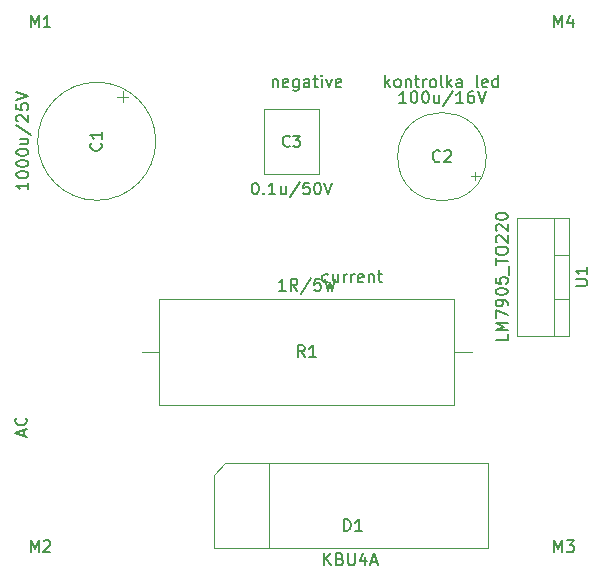
<source format=gbr>
%TF.GenerationSoftware,KiCad,Pcbnew,5.1.5-1.fc31*%
%TF.CreationDate,2020-04-07T08:34:53+02:00*%
%TF.ProjectId,zasilacz,7a617369-6c61-4637-9a2e-6b696361645f,rev?*%
%TF.SameCoordinates,Original*%
%TF.FileFunction,Other,Fab,Top*%
%FSLAX46Y46*%
G04 Gerber Fmt 4.6, Leading zero omitted, Abs format (unit mm)*
G04 Created by KiCad (PCBNEW 5.1.5-1.fc31) date 2020-04-07 08:34:53*
%MOMM*%
%LPD*%
G04 APERTURE LIST*
%ADD10C,0.100000*%
%ADD11C,0.120000*%
%ADD12C,0.150000*%
%ADD13C,0.138000*%
G04 APERTURE END LIST*
D10*
%TO.C,U1*%
X155550000Y-82630000D02*
X151150000Y-82630000D01*
X151150000Y-82630000D02*
X151150000Y-92630000D01*
X151150000Y-92630000D02*
X155550000Y-92630000D01*
X155550000Y-92630000D02*
X155550000Y-82630000D01*
X154280000Y-82630000D02*
X154280000Y-92630000D01*
X155550000Y-85780000D02*
X154280000Y-85780000D01*
X155550000Y-89480000D02*
X154280000Y-89480000D01*
%TO.C,C1*%
X120570000Y-76160000D02*
G75*
G03X120570000Y-76160000I-5000000J0D01*
G01*
X117757500Y-71871139D02*
X117757500Y-72871139D01*
X118257500Y-72371139D02*
X117257500Y-72371139D01*
%TO.C,C2*%
X148550000Y-77470000D02*
G75*
G03X148550000Y-77470000I-3750000J0D01*
G01*
X148011233Y-79107500D02*
X147261233Y-79107500D01*
X147636233Y-79482500D02*
X147636233Y-78732500D01*
%TO.C,C3*%
X129760000Y-73450000D02*
X129760000Y-78950000D01*
X129760000Y-78950000D02*
X134360000Y-78950000D01*
X134360000Y-78950000D02*
X134360000Y-73450000D01*
X134360000Y-73450000D02*
X129760000Y-73450000D01*
D11*
%TO.C,D1*%
X130140000Y-103410000D02*
X130140000Y-110610000D01*
D10*
X125540000Y-104410000D02*
X125540000Y-110610000D01*
X126440000Y-103410000D02*
X125540000Y-104410000D01*
X148740000Y-103410000D02*
X126440000Y-103410000D01*
D11*
X148740000Y-110610000D02*
X148740000Y-103410000D01*
D10*
X125540000Y-110610000D02*
X148740000Y-110610000D01*
%TO.C,R1*%
X145850000Y-98480000D02*
X145850000Y-89480000D01*
X145850000Y-89480000D02*
X120850000Y-89480000D01*
X120850000Y-89480000D02*
X120850000Y-98480000D01*
X120850000Y-98480000D02*
X145850000Y-98480000D01*
X147320000Y-93980000D02*
X145850000Y-93980000D01*
X119380000Y-93980000D02*
X120850000Y-93980000D01*
%TD*%
%TO.C,U1*%
D12*
X150352380Y-92510952D02*
X150352380Y-92987142D01*
X149352380Y-92987142D01*
X150352380Y-92177619D02*
X149352380Y-92177619D01*
X150066666Y-91844285D01*
X149352380Y-91510952D01*
X150352380Y-91510952D01*
X149352380Y-91130000D02*
X149352380Y-90463333D01*
X150352380Y-90891904D01*
X150352380Y-90034761D02*
X150352380Y-89844285D01*
X150304761Y-89749047D01*
X150257142Y-89701428D01*
X150114285Y-89606190D01*
X149923809Y-89558571D01*
X149542857Y-89558571D01*
X149447619Y-89606190D01*
X149400000Y-89653809D01*
X149352380Y-89749047D01*
X149352380Y-89939523D01*
X149400000Y-90034761D01*
X149447619Y-90082380D01*
X149542857Y-90130000D01*
X149780952Y-90130000D01*
X149876190Y-90082380D01*
X149923809Y-90034761D01*
X149971428Y-89939523D01*
X149971428Y-89749047D01*
X149923809Y-89653809D01*
X149876190Y-89606190D01*
X149780952Y-89558571D01*
X149352380Y-88939523D02*
X149352380Y-88844285D01*
X149400000Y-88749047D01*
X149447619Y-88701428D01*
X149542857Y-88653809D01*
X149733333Y-88606190D01*
X149971428Y-88606190D01*
X150161904Y-88653809D01*
X150257142Y-88701428D01*
X150304761Y-88749047D01*
X150352380Y-88844285D01*
X150352380Y-88939523D01*
X150304761Y-89034761D01*
X150257142Y-89082380D01*
X150161904Y-89130000D01*
X149971428Y-89177619D01*
X149733333Y-89177619D01*
X149542857Y-89130000D01*
X149447619Y-89082380D01*
X149400000Y-89034761D01*
X149352380Y-88939523D01*
X149352380Y-87701428D02*
X149352380Y-88177619D01*
X149828571Y-88225238D01*
X149780952Y-88177619D01*
X149733333Y-88082380D01*
X149733333Y-87844285D01*
X149780952Y-87749047D01*
X149828571Y-87701428D01*
X149923809Y-87653809D01*
X150161904Y-87653809D01*
X150257142Y-87701428D01*
X150304761Y-87749047D01*
X150352380Y-87844285D01*
X150352380Y-88082380D01*
X150304761Y-88177619D01*
X150257142Y-88225238D01*
X150447619Y-87463333D02*
X150447619Y-86701428D01*
X149352380Y-86606190D02*
X149352380Y-86034761D01*
X150352380Y-86320476D02*
X149352380Y-86320476D01*
X149352380Y-85510952D02*
X149352380Y-85320476D01*
X149400000Y-85225238D01*
X149495238Y-85130000D01*
X149685714Y-85082380D01*
X150019047Y-85082380D01*
X150209523Y-85130000D01*
X150304761Y-85225238D01*
X150352380Y-85320476D01*
X150352380Y-85510952D01*
X150304761Y-85606190D01*
X150209523Y-85701428D01*
X150019047Y-85749047D01*
X149685714Y-85749047D01*
X149495238Y-85701428D01*
X149400000Y-85606190D01*
X149352380Y-85510952D01*
X149447619Y-84701428D02*
X149400000Y-84653809D01*
X149352380Y-84558571D01*
X149352380Y-84320476D01*
X149400000Y-84225238D01*
X149447619Y-84177619D01*
X149542857Y-84130000D01*
X149638095Y-84130000D01*
X149780952Y-84177619D01*
X150352380Y-84749047D01*
X150352380Y-84130000D01*
X149447619Y-83749047D02*
X149400000Y-83701428D01*
X149352380Y-83606190D01*
X149352380Y-83368095D01*
X149400000Y-83272857D01*
X149447619Y-83225238D01*
X149542857Y-83177619D01*
X149638095Y-83177619D01*
X149780952Y-83225238D01*
X150352380Y-83796666D01*
X150352380Y-83177619D01*
X149352380Y-82558571D02*
X149352380Y-82463333D01*
X149400000Y-82368095D01*
X149447619Y-82320476D01*
X149542857Y-82272857D01*
X149733333Y-82225238D01*
X149971428Y-82225238D01*
X150161904Y-82272857D01*
X150257142Y-82320476D01*
X150304761Y-82368095D01*
X150352380Y-82463333D01*
X150352380Y-82558571D01*
X150304761Y-82653809D01*
X150257142Y-82701428D01*
X150161904Y-82749047D01*
X149971428Y-82796666D01*
X149733333Y-82796666D01*
X149542857Y-82749047D01*
X149447619Y-82701428D01*
X149400000Y-82653809D01*
X149352380Y-82558571D01*
X156122380Y-88391904D02*
X156931904Y-88391904D01*
X157027142Y-88344285D01*
X157074761Y-88296666D01*
X157122380Y-88201428D01*
X157122380Y-88010952D01*
X157074761Y-87915714D01*
X157027142Y-87868095D01*
X156931904Y-87820476D01*
X156122380Y-87820476D01*
X157122380Y-86820476D02*
X157122380Y-87391904D01*
X157122380Y-87106190D02*
X156122380Y-87106190D01*
X156265238Y-87201428D01*
X156360476Y-87296666D01*
X156408095Y-87391904D01*
%TO.C,M1*%
X109980476Y-66492380D02*
X109980476Y-65492380D01*
X110313809Y-66206666D01*
X110647142Y-65492380D01*
X110647142Y-66492380D01*
X111647142Y-66492380D02*
X111075714Y-66492380D01*
X111361428Y-66492380D02*
X111361428Y-65492380D01*
X111266190Y-65635238D01*
X111170952Y-65730476D01*
X111075714Y-65778095D01*
%TO.C,M4*%
X154303476Y-66492380D02*
X154303476Y-65492380D01*
X154636809Y-66206666D01*
X154970142Y-65492380D01*
X154970142Y-66492380D01*
X155874904Y-65825714D02*
X155874904Y-66492380D01*
X155636809Y-65444761D02*
X155398714Y-66159047D01*
X156017761Y-66159047D01*
%TO.C,M3*%
X154303476Y-110942380D02*
X154303476Y-109942380D01*
X154636809Y-110656666D01*
X154970142Y-109942380D01*
X154970142Y-110942380D01*
X155351095Y-109942380D02*
X155970142Y-109942380D01*
X155636809Y-110323333D01*
X155779666Y-110323333D01*
X155874904Y-110370952D01*
X155922523Y-110418571D01*
X155970142Y-110513809D01*
X155970142Y-110751904D01*
X155922523Y-110847142D01*
X155874904Y-110894761D01*
X155779666Y-110942380D01*
X155493952Y-110942380D01*
X155398714Y-110894761D01*
X155351095Y-110847142D01*
%TO.C,M2*%
X109980476Y-110942380D02*
X109980476Y-109942380D01*
X110313809Y-110656666D01*
X110647142Y-109942380D01*
X110647142Y-110942380D01*
X111075714Y-110037619D02*
X111123333Y-109990000D01*
X111218571Y-109942380D01*
X111456666Y-109942380D01*
X111551904Y-109990000D01*
X111599523Y-110037619D01*
X111647142Y-110132857D01*
X111647142Y-110228095D01*
X111599523Y-110370952D01*
X111028095Y-110942380D01*
X111647142Y-110942380D01*
%TO.C,C1*%
X109772380Y-79660000D02*
X109772380Y-80231428D01*
X109772380Y-79945714D02*
X108772380Y-79945714D01*
X108915238Y-80040952D01*
X109010476Y-80136190D01*
X109058095Y-80231428D01*
X108772380Y-79040952D02*
X108772380Y-78945714D01*
X108820000Y-78850476D01*
X108867619Y-78802857D01*
X108962857Y-78755238D01*
X109153333Y-78707619D01*
X109391428Y-78707619D01*
X109581904Y-78755238D01*
X109677142Y-78802857D01*
X109724761Y-78850476D01*
X109772380Y-78945714D01*
X109772380Y-79040952D01*
X109724761Y-79136190D01*
X109677142Y-79183809D01*
X109581904Y-79231428D01*
X109391428Y-79279047D01*
X109153333Y-79279047D01*
X108962857Y-79231428D01*
X108867619Y-79183809D01*
X108820000Y-79136190D01*
X108772380Y-79040952D01*
X108772380Y-78088571D02*
X108772380Y-77993333D01*
X108820000Y-77898095D01*
X108867619Y-77850476D01*
X108962857Y-77802857D01*
X109153333Y-77755238D01*
X109391428Y-77755238D01*
X109581904Y-77802857D01*
X109677142Y-77850476D01*
X109724761Y-77898095D01*
X109772380Y-77993333D01*
X109772380Y-78088571D01*
X109724761Y-78183809D01*
X109677142Y-78231428D01*
X109581904Y-78279047D01*
X109391428Y-78326666D01*
X109153333Y-78326666D01*
X108962857Y-78279047D01*
X108867619Y-78231428D01*
X108820000Y-78183809D01*
X108772380Y-78088571D01*
X108772380Y-77136190D02*
X108772380Y-77040952D01*
X108820000Y-76945714D01*
X108867619Y-76898095D01*
X108962857Y-76850476D01*
X109153333Y-76802857D01*
X109391428Y-76802857D01*
X109581904Y-76850476D01*
X109677142Y-76898095D01*
X109724761Y-76945714D01*
X109772380Y-77040952D01*
X109772380Y-77136190D01*
X109724761Y-77231428D01*
X109677142Y-77279047D01*
X109581904Y-77326666D01*
X109391428Y-77374285D01*
X109153333Y-77374285D01*
X108962857Y-77326666D01*
X108867619Y-77279047D01*
X108820000Y-77231428D01*
X108772380Y-77136190D01*
X109105714Y-75945714D02*
X109772380Y-75945714D01*
X109105714Y-76374285D02*
X109629523Y-76374285D01*
X109724761Y-76326666D01*
X109772380Y-76231428D01*
X109772380Y-76088571D01*
X109724761Y-75993333D01*
X109677142Y-75945714D01*
X108724761Y-74755238D02*
X110010476Y-75612380D01*
X108867619Y-74469523D02*
X108820000Y-74421904D01*
X108772380Y-74326666D01*
X108772380Y-74088571D01*
X108820000Y-73993333D01*
X108867619Y-73945714D01*
X108962857Y-73898095D01*
X109058095Y-73898095D01*
X109200952Y-73945714D01*
X109772380Y-74517142D01*
X109772380Y-73898095D01*
X108772380Y-72993333D02*
X108772380Y-73469523D01*
X109248571Y-73517142D01*
X109200952Y-73469523D01*
X109153333Y-73374285D01*
X109153333Y-73136190D01*
X109200952Y-73040952D01*
X109248571Y-72993333D01*
X109343809Y-72945714D01*
X109581904Y-72945714D01*
X109677142Y-72993333D01*
X109724761Y-73040952D01*
X109772380Y-73136190D01*
X109772380Y-73374285D01*
X109724761Y-73469523D01*
X109677142Y-73517142D01*
X108772380Y-72660000D02*
X109772380Y-72326666D01*
X108772380Y-71993333D01*
X115927142Y-76326666D02*
X115974761Y-76374285D01*
X116022380Y-76517142D01*
X116022380Y-76612380D01*
X115974761Y-76755238D01*
X115879523Y-76850476D01*
X115784285Y-76898095D01*
X115593809Y-76945714D01*
X115450952Y-76945714D01*
X115260476Y-76898095D01*
X115165238Y-76850476D01*
X115070000Y-76755238D01*
X115022380Y-76612380D01*
X115022380Y-76517142D01*
X115070000Y-76374285D01*
X115117619Y-76326666D01*
X116022380Y-75374285D02*
X116022380Y-75945714D01*
X116022380Y-75660000D02*
X115022380Y-75660000D01*
X115165238Y-75755238D01*
X115260476Y-75850476D01*
X115308095Y-75945714D01*
%TO.C,C2*%
X141776190Y-72922380D02*
X141204761Y-72922380D01*
X141490476Y-72922380D02*
X141490476Y-71922380D01*
X141395238Y-72065238D01*
X141300000Y-72160476D01*
X141204761Y-72208095D01*
X142395238Y-71922380D02*
X142490476Y-71922380D01*
X142585714Y-71970000D01*
X142633333Y-72017619D01*
X142680952Y-72112857D01*
X142728571Y-72303333D01*
X142728571Y-72541428D01*
X142680952Y-72731904D01*
X142633333Y-72827142D01*
X142585714Y-72874761D01*
X142490476Y-72922380D01*
X142395238Y-72922380D01*
X142300000Y-72874761D01*
X142252380Y-72827142D01*
X142204761Y-72731904D01*
X142157142Y-72541428D01*
X142157142Y-72303333D01*
X142204761Y-72112857D01*
X142252380Y-72017619D01*
X142300000Y-71970000D01*
X142395238Y-71922380D01*
X143347619Y-71922380D02*
X143442857Y-71922380D01*
X143538095Y-71970000D01*
X143585714Y-72017619D01*
X143633333Y-72112857D01*
X143680952Y-72303333D01*
X143680952Y-72541428D01*
X143633333Y-72731904D01*
X143585714Y-72827142D01*
X143538095Y-72874761D01*
X143442857Y-72922380D01*
X143347619Y-72922380D01*
X143252380Y-72874761D01*
X143204761Y-72827142D01*
X143157142Y-72731904D01*
X143109523Y-72541428D01*
X143109523Y-72303333D01*
X143157142Y-72112857D01*
X143204761Y-72017619D01*
X143252380Y-71970000D01*
X143347619Y-71922380D01*
X144538095Y-72255714D02*
X144538095Y-72922380D01*
X144109523Y-72255714D02*
X144109523Y-72779523D01*
X144157142Y-72874761D01*
X144252380Y-72922380D01*
X144395238Y-72922380D01*
X144490476Y-72874761D01*
X144538095Y-72827142D01*
X145728571Y-71874761D02*
X144871428Y-73160476D01*
X146585714Y-72922380D02*
X146014285Y-72922380D01*
X146300000Y-72922380D02*
X146300000Y-71922380D01*
X146204761Y-72065238D01*
X146109523Y-72160476D01*
X146014285Y-72208095D01*
X147442857Y-71922380D02*
X147252380Y-71922380D01*
X147157142Y-71970000D01*
X147109523Y-72017619D01*
X147014285Y-72160476D01*
X146966666Y-72350952D01*
X146966666Y-72731904D01*
X147014285Y-72827142D01*
X147061904Y-72874761D01*
X147157142Y-72922380D01*
X147347619Y-72922380D01*
X147442857Y-72874761D01*
X147490476Y-72827142D01*
X147538095Y-72731904D01*
X147538095Y-72493809D01*
X147490476Y-72398571D01*
X147442857Y-72350952D01*
X147347619Y-72303333D01*
X147157142Y-72303333D01*
X147061904Y-72350952D01*
X147014285Y-72398571D01*
X146966666Y-72493809D01*
X147823809Y-71922380D02*
X148157142Y-72922380D01*
X148490476Y-71922380D01*
X144633333Y-77827142D02*
X144585714Y-77874761D01*
X144442857Y-77922380D01*
X144347619Y-77922380D01*
X144204761Y-77874761D01*
X144109523Y-77779523D01*
X144061904Y-77684285D01*
X144014285Y-77493809D01*
X144014285Y-77350952D01*
X144061904Y-77160476D01*
X144109523Y-77065238D01*
X144204761Y-76970000D01*
X144347619Y-76922380D01*
X144442857Y-76922380D01*
X144585714Y-76970000D01*
X144633333Y-77017619D01*
X145014285Y-77017619D02*
X145061904Y-76970000D01*
X145157142Y-76922380D01*
X145395238Y-76922380D01*
X145490476Y-76970000D01*
X145538095Y-77017619D01*
X145585714Y-77112857D01*
X145585714Y-77208095D01*
X145538095Y-77350952D01*
X144966666Y-77922380D01*
X145585714Y-77922380D01*
%TO.C,C3*%
X128940952Y-79652380D02*
X129036190Y-79652380D01*
X129131428Y-79700000D01*
X129179047Y-79747619D01*
X129226666Y-79842857D01*
X129274285Y-80033333D01*
X129274285Y-80271428D01*
X129226666Y-80461904D01*
X129179047Y-80557142D01*
X129131428Y-80604761D01*
X129036190Y-80652380D01*
X128940952Y-80652380D01*
X128845714Y-80604761D01*
X128798095Y-80557142D01*
X128750476Y-80461904D01*
X128702857Y-80271428D01*
X128702857Y-80033333D01*
X128750476Y-79842857D01*
X128798095Y-79747619D01*
X128845714Y-79700000D01*
X128940952Y-79652380D01*
X129702857Y-80557142D02*
X129750476Y-80604761D01*
X129702857Y-80652380D01*
X129655238Y-80604761D01*
X129702857Y-80557142D01*
X129702857Y-80652380D01*
X130702857Y-80652380D02*
X130131428Y-80652380D01*
X130417142Y-80652380D02*
X130417142Y-79652380D01*
X130321904Y-79795238D01*
X130226666Y-79890476D01*
X130131428Y-79938095D01*
X131560000Y-79985714D02*
X131560000Y-80652380D01*
X131131428Y-79985714D02*
X131131428Y-80509523D01*
X131179047Y-80604761D01*
X131274285Y-80652380D01*
X131417142Y-80652380D01*
X131512380Y-80604761D01*
X131560000Y-80557142D01*
X132750476Y-79604761D02*
X131893333Y-80890476D01*
X133560000Y-79652380D02*
X133083809Y-79652380D01*
X133036190Y-80128571D01*
X133083809Y-80080952D01*
X133179047Y-80033333D01*
X133417142Y-80033333D01*
X133512380Y-80080952D01*
X133560000Y-80128571D01*
X133607619Y-80223809D01*
X133607619Y-80461904D01*
X133560000Y-80557142D01*
X133512380Y-80604761D01*
X133417142Y-80652380D01*
X133179047Y-80652380D01*
X133083809Y-80604761D01*
X133036190Y-80557142D01*
X134226666Y-79652380D02*
X134321904Y-79652380D01*
X134417142Y-79700000D01*
X134464761Y-79747619D01*
X134512380Y-79842857D01*
X134560000Y-80033333D01*
X134560000Y-80271428D01*
X134512380Y-80461904D01*
X134464761Y-80557142D01*
X134417142Y-80604761D01*
X134321904Y-80652380D01*
X134226666Y-80652380D01*
X134131428Y-80604761D01*
X134083809Y-80557142D01*
X134036190Y-80461904D01*
X133988571Y-80271428D01*
X133988571Y-80033333D01*
X134036190Y-79842857D01*
X134083809Y-79747619D01*
X134131428Y-79700000D01*
X134226666Y-79652380D01*
X134845714Y-79652380D02*
X135179047Y-80652380D01*
X135512380Y-79652380D01*
D13*
X131906666Y-76528571D02*
X131862857Y-76572380D01*
X131731428Y-76616190D01*
X131643809Y-76616190D01*
X131512380Y-76572380D01*
X131424761Y-76484761D01*
X131380952Y-76397142D01*
X131337142Y-76221904D01*
X131337142Y-76090476D01*
X131380952Y-75915238D01*
X131424761Y-75827619D01*
X131512380Y-75740000D01*
X131643809Y-75696190D01*
X131731428Y-75696190D01*
X131862857Y-75740000D01*
X131906666Y-75783809D01*
X132213333Y-75696190D02*
X132782857Y-75696190D01*
X132476190Y-76046666D01*
X132607619Y-76046666D01*
X132695238Y-76090476D01*
X132739047Y-76134285D01*
X132782857Y-76221904D01*
X132782857Y-76440952D01*
X132739047Y-76528571D01*
X132695238Y-76572380D01*
X132607619Y-76616190D01*
X132344761Y-76616190D01*
X132257142Y-76572380D01*
X132213333Y-76528571D01*
%TO.C,D1*%
D12*
X134849523Y-112062380D02*
X134849523Y-111062380D01*
X135420952Y-112062380D02*
X134992380Y-111490952D01*
X135420952Y-111062380D02*
X134849523Y-111633809D01*
X136182857Y-111538571D02*
X136325714Y-111586190D01*
X136373333Y-111633809D01*
X136420952Y-111729047D01*
X136420952Y-111871904D01*
X136373333Y-111967142D01*
X136325714Y-112014761D01*
X136230476Y-112062380D01*
X135849523Y-112062380D01*
X135849523Y-111062380D01*
X136182857Y-111062380D01*
X136278095Y-111110000D01*
X136325714Y-111157619D01*
X136373333Y-111252857D01*
X136373333Y-111348095D01*
X136325714Y-111443333D01*
X136278095Y-111490952D01*
X136182857Y-111538571D01*
X135849523Y-111538571D01*
X136849523Y-111062380D02*
X136849523Y-111871904D01*
X136897142Y-111967142D01*
X136944761Y-112014761D01*
X137040000Y-112062380D01*
X137230476Y-112062380D01*
X137325714Y-112014761D01*
X137373333Y-111967142D01*
X137420952Y-111871904D01*
X137420952Y-111062380D01*
X138325714Y-111395714D02*
X138325714Y-112062380D01*
X138087619Y-111014761D02*
X137849523Y-111729047D01*
X138468571Y-111729047D01*
X138801904Y-111776666D02*
X139278095Y-111776666D01*
X138706666Y-112062380D02*
X139040000Y-111062380D01*
X139373333Y-112062380D01*
X136501904Y-109162380D02*
X136501904Y-108162380D01*
X136740000Y-108162380D01*
X136882857Y-108210000D01*
X136978095Y-108305238D01*
X137025714Y-108400476D01*
X137073333Y-108590952D01*
X137073333Y-108733809D01*
X137025714Y-108924285D01*
X136978095Y-109019523D01*
X136882857Y-109114761D01*
X136740000Y-109162380D01*
X136501904Y-109162380D01*
X138025714Y-109162380D02*
X137454285Y-109162380D01*
X137740000Y-109162380D02*
X137740000Y-108162380D01*
X137644761Y-108305238D01*
X137549523Y-108400476D01*
X137454285Y-108448095D01*
%TO.C,D2*%
X140018095Y-71572380D02*
X140018095Y-70572380D01*
X140113333Y-71191428D02*
X140399047Y-71572380D01*
X140399047Y-70905714D02*
X140018095Y-71286666D01*
X140970476Y-71572380D02*
X140875238Y-71524761D01*
X140827619Y-71477142D01*
X140780000Y-71381904D01*
X140780000Y-71096190D01*
X140827619Y-71000952D01*
X140875238Y-70953333D01*
X140970476Y-70905714D01*
X141113333Y-70905714D01*
X141208571Y-70953333D01*
X141256190Y-71000952D01*
X141303809Y-71096190D01*
X141303809Y-71381904D01*
X141256190Y-71477142D01*
X141208571Y-71524761D01*
X141113333Y-71572380D01*
X140970476Y-71572380D01*
X141732380Y-70905714D02*
X141732380Y-71572380D01*
X141732380Y-71000952D02*
X141780000Y-70953333D01*
X141875238Y-70905714D01*
X142018095Y-70905714D01*
X142113333Y-70953333D01*
X142160952Y-71048571D01*
X142160952Y-71572380D01*
X142494285Y-70905714D02*
X142875238Y-70905714D01*
X142637142Y-70572380D02*
X142637142Y-71429523D01*
X142684761Y-71524761D01*
X142780000Y-71572380D01*
X142875238Y-71572380D01*
X143208571Y-71572380D02*
X143208571Y-70905714D01*
X143208571Y-71096190D02*
X143256190Y-71000952D01*
X143303809Y-70953333D01*
X143399047Y-70905714D01*
X143494285Y-70905714D01*
X143970476Y-71572380D02*
X143875238Y-71524761D01*
X143827619Y-71477142D01*
X143780000Y-71381904D01*
X143780000Y-71096190D01*
X143827619Y-71000952D01*
X143875238Y-70953333D01*
X143970476Y-70905714D01*
X144113333Y-70905714D01*
X144208571Y-70953333D01*
X144256190Y-71000952D01*
X144303809Y-71096190D01*
X144303809Y-71381904D01*
X144256190Y-71477142D01*
X144208571Y-71524761D01*
X144113333Y-71572380D01*
X143970476Y-71572380D01*
X144875238Y-71572380D02*
X144780000Y-71524761D01*
X144732380Y-71429523D01*
X144732380Y-70572380D01*
X145256190Y-71572380D02*
X145256190Y-70572380D01*
X145351428Y-71191428D02*
X145637142Y-71572380D01*
X145637142Y-70905714D02*
X145256190Y-71286666D01*
X146494285Y-71572380D02*
X146494285Y-71048571D01*
X146446666Y-70953333D01*
X146351428Y-70905714D01*
X146160952Y-70905714D01*
X146065714Y-70953333D01*
X146494285Y-71524761D02*
X146399047Y-71572380D01*
X146160952Y-71572380D01*
X146065714Y-71524761D01*
X146018095Y-71429523D01*
X146018095Y-71334285D01*
X146065714Y-71239047D01*
X146160952Y-71191428D01*
X146399047Y-71191428D01*
X146494285Y-71143809D01*
X147875238Y-71572380D02*
X147780000Y-71524761D01*
X147732380Y-71429523D01*
X147732380Y-70572380D01*
X148637142Y-71524761D02*
X148541904Y-71572380D01*
X148351428Y-71572380D01*
X148256190Y-71524761D01*
X148208571Y-71429523D01*
X148208571Y-71048571D01*
X148256190Y-70953333D01*
X148351428Y-70905714D01*
X148541904Y-70905714D01*
X148637142Y-70953333D01*
X148684761Y-71048571D01*
X148684761Y-71143809D01*
X148208571Y-71239047D01*
X149541904Y-71572380D02*
X149541904Y-70572380D01*
X149541904Y-71524761D02*
X149446666Y-71572380D01*
X149256190Y-71572380D01*
X149160952Y-71524761D01*
X149113333Y-71477142D01*
X149065714Y-71381904D01*
X149065714Y-71096190D01*
X149113333Y-71000952D01*
X149160952Y-70953333D01*
X149256190Y-70905714D01*
X149446666Y-70905714D01*
X149541904Y-70953333D01*
%TO.C,J1*%
X109386666Y-101068095D02*
X109386666Y-100591904D01*
X109672380Y-101163333D02*
X108672380Y-100830000D01*
X109672380Y-100496666D01*
X109577142Y-99591904D02*
X109624761Y-99639523D01*
X109672380Y-99782380D01*
X109672380Y-99877619D01*
X109624761Y-100020476D01*
X109529523Y-100115714D01*
X109434285Y-100163333D01*
X109243809Y-100210952D01*
X109100952Y-100210952D01*
X108910476Y-100163333D01*
X108815238Y-100115714D01*
X108720000Y-100020476D01*
X108672380Y-99877619D01*
X108672380Y-99782380D01*
X108720000Y-99639523D01*
X108767619Y-99591904D01*
%TO.C,J2*%
X130469047Y-70905714D02*
X130469047Y-71572380D01*
X130469047Y-71000952D02*
X130516666Y-70953333D01*
X130611904Y-70905714D01*
X130754761Y-70905714D01*
X130850000Y-70953333D01*
X130897619Y-71048571D01*
X130897619Y-71572380D01*
X131754761Y-71524761D02*
X131659523Y-71572380D01*
X131469047Y-71572380D01*
X131373809Y-71524761D01*
X131326190Y-71429523D01*
X131326190Y-71048571D01*
X131373809Y-70953333D01*
X131469047Y-70905714D01*
X131659523Y-70905714D01*
X131754761Y-70953333D01*
X131802380Y-71048571D01*
X131802380Y-71143809D01*
X131326190Y-71239047D01*
X132659523Y-70905714D02*
X132659523Y-71715238D01*
X132611904Y-71810476D01*
X132564285Y-71858095D01*
X132469047Y-71905714D01*
X132326190Y-71905714D01*
X132230952Y-71858095D01*
X132659523Y-71524761D02*
X132564285Y-71572380D01*
X132373809Y-71572380D01*
X132278571Y-71524761D01*
X132230952Y-71477142D01*
X132183333Y-71381904D01*
X132183333Y-71096190D01*
X132230952Y-71000952D01*
X132278571Y-70953333D01*
X132373809Y-70905714D01*
X132564285Y-70905714D01*
X132659523Y-70953333D01*
X133564285Y-71572380D02*
X133564285Y-71048571D01*
X133516666Y-70953333D01*
X133421428Y-70905714D01*
X133230952Y-70905714D01*
X133135714Y-70953333D01*
X133564285Y-71524761D02*
X133469047Y-71572380D01*
X133230952Y-71572380D01*
X133135714Y-71524761D01*
X133088095Y-71429523D01*
X133088095Y-71334285D01*
X133135714Y-71239047D01*
X133230952Y-71191428D01*
X133469047Y-71191428D01*
X133564285Y-71143809D01*
X133897619Y-70905714D02*
X134278571Y-70905714D01*
X134040476Y-70572380D02*
X134040476Y-71429523D01*
X134088095Y-71524761D01*
X134183333Y-71572380D01*
X134278571Y-71572380D01*
X134611904Y-71572380D02*
X134611904Y-70905714D01*
X134611904Y-70572380D02*
X134564285Y-70620000D01*
X134611904Y-70667619D01*
X134659523Y-70620000D01*
X134611904Y-70572380D01*
X134611904Y-70667619D01*
X134992857Y-70905714D02*
X135230952Y-71572380D01*
X135469047Y-70905714D01*
X136230952Y-71524761D02*
X136135714Y-71572380D01*
X135945238Y-71572380D01*
X135850000Y-71524761D01*
X135802380Y-71429523D01*
X135802380Y-71048571D01*
X135850000Y-70953333D01*
X135945238Y-70905714D01*
X136135714Y-70905714D01*
X136230952Y-70953333D01*
X136278571Y-71048571D01*
X136278571Y-71143809D01*
X135802380Y-71239047D01*
%TO.C,J3*%
X135160000Y-88034761D02*
X135064761Y-88082380D01*
X134874285Y-88082380D01*
X134779047Y-88034761D01*
X134731428Y-87987142D01*
X134683809Y-87891904D01*
X134683809Y-87606190D01*
X134731428Y-87510952D01*
X134779047Y-87463333D01*
X134874285Y-87415714D01*
X135064761Y-87415714D01*
X135160000Y-87463333D01*
X136017142Y-87415714D02*
X136017142Y-88082380D01*
X135588571Y-87415714D02*
X135588571Y-87939523D01*
X135636190Y-88034761D01*
X135731428Y-88082380D01*
X135874285Y-88082380D01*
X135969523Y-88034761D01*
X136017142Y-87987142D01*
X136493333Y-88082380D02*
X136493333Y-87415714D01*
X136493333Y-87606190D02*
X136540952Y-87510952D01*
X136588571Y-87463333D01*
X136683809Y-87415714D01*
X136779047Y-87415714D01*
X137112380Y-88082380D02*
X137112380Y-87415714D01*
X137112380Y-87606190D02*
X137160000Y-87510952D01*
X137207619Y-87463333D01*
X137302857Y-87415714D01*
X137398095Y-87415714D01*
X138112380Y-88034761D02*
X138017142Y-88082380D01*
X137826666Y-88082380D01*
X137731428Y-88034761D01*
X137683809Y-87939523D01*
X137683809Y-87558571D01*
X137731428Y-87463333D01*
X137826666Y-87415714D01*
X138017142Y-87415714D01*
X138112380Y-87463333D01*
X138160000Y-87558571D01*
X138160000Y-87653809D01*
X137683809Y-87749047D01*
X138588571Y-87415714D02*
X138588571Y-88082380D01*
X138588571Y-87510952D02*
X138636190Y-87463333D01*
X138731428Y-87415714D01*
X138874285Y-87415714D01*
X138969523Y-87463333D01*
X139017142Y-87558571D01*
X139017142Y-88082380D01*
X139350476Y-87415714D02*
X139731428Y-87415714D01*
X139493333Y-87082380D02*
X139493333Y-87939523D01*
X139540952Y-88034761D01*
X139636190Y-88082380D01*
X139731428Y-88082380D01*
%TO.C,R1*%
X131564285Y-88812380D02*
X130992857Y-88812380D01*
X131278571Y-88812380D02*
X131278571Y-87812380D01*
X131183333Y-87955238D01*
X131088095Y-88050476D01*
X130992857Y-88098095D01*
X132564285Y-88812380D02*
X132230952Y-88336190D01*
X131992857Y-88812380D02*
X131992857Y-87812380D01*
X132373809Y-87812380D01*
X132469047Y-87860000D01*
X132516666Y-87907619D01*
X132564285Y-88002857D01*
X132564285Y-88145714D01*
X132516666Y-88240952D01*
X132469047Y-88288571D01*
X132373809Y-88336190D01*
X131992857Y-88336190D01*
X133707142Y-87764761D02*
X132850000Y-89050476D01*
X134516666Y-87812380D02*
X134040476Y-87812380D01*
X133992857Y-88288571D01*
X134040476Y-88240952D01*
X134135714Y-88193333D01*
X134373809Y-88193333D01*
X134469047Y-88240952D01*
X134516666Y-88288571D01*
X134564285Y-88383809D01*
X134564285Y-88621904D01*
X134516666Y-88717142D01*
X134469047Y-88764761D01*
X134373809Y-88812380D01*
X134135714Y-88812380D01*
X134040476Y-88764761D01*
X133992857Y-88717142D01*
X134897619Y-87812380D02*
X135135714Y-88812380D01*
X135326190Y-88098095D01*
X135516666Y-88812380D01*
X135754761Y-87812380D01*
X133183333Y-94432380D02*
X132850000Y-93956190D01*
X132611904Y-94432380D02*
X132611904Y-93432380D01*
X132992857Y-93432380D01*
X133088095Y-93480000D01*
X133135714Y-93527619D01*
X133183333Y-93622857D01*
X133183333Y-93765714D01*
X133135714Y-93860952D01*
X133088095Y-93908571D01*
X132992857Y-93956190D01*
X132611904Y-93956190D01*
X134135714Y-94432380D02*
X133564285Y-94432380D01*
X133850000Y-94432380D02*
X133850000Y-93432380D01*
X133754761Y-93575238D01*
X133659523Y-93670476D01*
X133564285Y-93718095D01*
%TD*%
M02*

</source>
